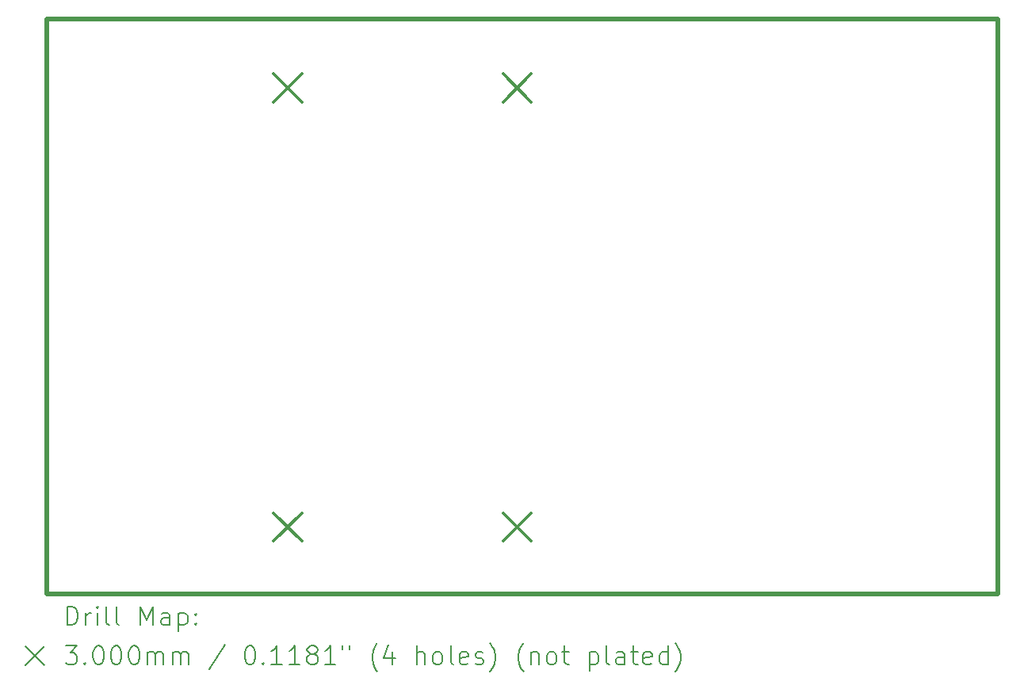
<source format=gbr>
%TF.GenerationSoftware,KiCad,Pcbnew,7.0.1*%
%TF.CreationDate,2023-06-29T12:07:30-05:00*%
%TF.ProjectId,ChocoBox,43686f63-6f42-46f7-982e-6b696361645f,rev?*%
%TF.SameCoordinates,Original*%
%TF.FileFunction,Drillmap*%
%TF.FilePolarity,Positive*%
%FSLAX45Y45*%
G04 Gerber Fmt 4.5, Leading zero omitted, Abs format (unit mm)*
G04 Created by KiCad (PCBNEW 7.0.1) date 2023-06-29 12:07:30*
%MOMM*%
%LPD*%
G01*
G04 APERTURE LIST*
%ADD10C,0.500000*%
%ADD11C,0.200000*%
%ADD12C,0.300000*%
G04 APERTURE END LIST*
D10*
X6146800Y-3708400D02*
X16306800Y-3708400D01*
X16306800Y-9855200D01*
X6146800Y-9855200D01*
X6146800Y-3708400D01*
D11*
D12*
X8575000Y-4299000D02*
X8875000Y-4599000D01*
X8875000Y-4299000D02*
X8575000Y-4599000D01*
X8575000Y-8994000D02*
X8875000Y-9294000D01*
X8875000Y-8994000D02*
X8575000Y-9294000D01*
X11026000Y-4299000D02*
X11326000Y-4599000D01*
X11326000Y-4299000D02*
X11026000Y-4599000D01*
X11026000Y-8994000D02*
X11326000Y-9294000D01*
X11326000Y-8994000D02*
X11026000Y-9294000D01*
D11*
X6369419Y-10192724D02*
X6369419Y-9992724D01*
X6369419Y-9992724D02*
X6417038Y-9992724D01*
X6417038Y-9992724D02*
X6445609Y-10002248D01*
X6445609Y-10002248D02*
X6464657Y-10021295D01*
X6464657Y-10021295D02*
X6474181Y-10040343D01*
X6474181Y-10040343D02*
X6483705Y-10078438D01*
X6483705Y-10078438D02*
X6483705Y-10107010D01*
X6483705Y-10107010D02*
X6474181Y-10145105D01*
X6474181Y-10145105D02*
X6464657Y-10164152D01*
X6464657Y-10164152D02*
X6445609Y-10183200D01*
X6445609Y-10183200D02*
X6417038Y-10192724D01*
X6417038Y-10192724D02*
X6369419Y-10192724D01*
X6569419Y-10192724D02*
X6569419Y-10059390D01*
X6569419Y-10097486D02*
X6578943Y-10078438D01*
X6578943Y-10078438D02*
X6588467Y-10068914D01*
X6588467Y-10068914D02*
X6607514Y-10059390D01*
X6607514Y-10059390D02*
X6626562Y-10059390D01*
X6693228Y-10192724D02*
X6693228Y-10059390D01*
X6693228Y-9992724D02*
X6683705Y-10002248D01*
X6683705Y-10002248D02*
X6693228Y-10011771D01*
X6693228Y-10011771D02*
X6702752Y-10002248D01*
X6702752Y-10002248D02*
X6693228Y-9992724D01*
X6693228Y-9992724D02*
X6693228Y-10011771D01*
X6817038Y-10192724D02*
X6797990Y-10183200D01*
X6797990Y-10183200D02*
X6788467Y-10164152D01*
X6788467Y-10164152D02*
X6788467Y-9992724D01*
X6921800Y-10192724D02*
X6902752Y-10183200D01*
X6902752Y-10183200D02*
X6893228Y-10164152D01*
X6893228Y-10164152D02*
X6893228Y-9992724D01*
X7150371Y-10192724D02*
X7150371Y-9992724D01*
X7150371Y-9992724D02*
X7217038Y-10135581D01*
X7217038Y-10135581D02*
X7283705Y-9992724D01*
X7283705Y-9992724D02*
X7283705Y-10192724D01*
X7464657Y-10192724D02*
X7464657Y-10087962D01*
X7464657Y-10087962D02*
X7455133Y-10068914D01*
X7455133Y-10068914D02*
X7436086Y-10059390D01*
X7436086Y-10059390D02*
X7397990Y-10059390D01*
X7397990Y-10059390D02*
X7378943Y-10068914D01*
X7464657Y-10183200D02*
X7445609Y-10192724D01*
X7445609Y-10192724D02*
X7397990Y-10192724D01*
X7397990Y-10192724D02*
X7378943Y-10183200D01*
X7378943Y-10183200D02*
X7369419Y-10164152D01*
X7369419Y-10164152D02*
X7369419Y-10145105D01*
X7369419Y-10145105D02*
X7378943Y-10126057D01*
X7378943Y-10126057D02*
X7397990Y-10116533D01*
X7397990Y-10116533D02*
X7445609Y-10116533D01*
X7445609Y-10116533D02*
X7464657Y-10107010D01*
X7559895Y-10059390D02*
X7559895Y-10259390D01*
X7559895Y-10068914D02*
X7578943Y-10059390D01*
X7578943Y-10059390D02*
X7617038Y-10059390D01*
X7617038Y-10059390D02*
X7636086Y-10068914D01*
X7636086Y-10068914D02*
X7645609Y-10078438D01*
X7645609Y-10078438D02*
X7655133Y-10097486D01*
X7655133Y-10097486D02*
X7655133Y-10154629D01*
X7655133Y-10154629D02*
X7645609Y-10173676D01*
X7645609Y-10173676D02*
X7636086Y-10183200D01*
X7636086Y-10183200D02*
X7617038Y-10192724D01*
X7617038Y-10192724D02*
X7578943Y-10192724D01*
X7578943Y-10192724D02*
X7559895Y-10183200D01*
X7740848Y-10173676D02*
X7750371Y-10183200D01*
X7750371Y-10183200D02*
X7740848Y-10192724D01*
X7740848Y-10192724D02*
X7731324Y-10183200D01*
X7731324Y-10183200D02*
X7740848Y-10173676D01*
X7740848Y-10173676D02*
X7740848Y-10192724D01*
X7740848Y-10068914D02*
X7750371Y-10078438D01*
X7750371Y-10078438D02*
X7740848Y-10087962D01*
X7740848Y-10087962D02*
X7731324Y-10078438D01*
X7731324Y-10078438D02*
X7740848Y-10068914D01*
X7740848Y-10068914D02*
X7740848Y-10087962D01*
X5921800Y-10420200D02*
X6121800Y-10620200D01*
X6121800Y-10420200D02*
X5921800Y-10620200D01*
X6350371Y-10412724D02*
X6474181Y-10412724D01*
X6474181Y-10412724D02*
X6407514Y-10488914D01*
X6407514Y-10488914D02*
X6436086Y-10488914D01*
X6436086Y-10488914D02*
X6455133Y-10498438D01*
X6455133Y-10498438D02*
X6464657Y-10507962D01*
X6464657Y-10507962D02*
X6474181Y-10527010D01*
X6474181Y-10527010D02*
X6474181Y-10574629D01*
X6474181Y-10574629D02*
X6464657Y-10593676D01*
X6464657Y-10593676D02*
X6455133Y-10603200D01*
X6455133Y-10603200D02*
X6436086Y-10612724D01*
X6436086Y-10612724D02*
X6378943Y-10612724D01*
X6378943Y-10612724D02*
X6359895Y-10603200D01*
X6359895Y-10603200D02*
X6350371Y-10593676D01*
X6559895Y-10593676D02*
X6569419Y-10603200D01*
X6569419Y-10603200D02*
X6559895Y-10612724D01*
X6559895Y-10612724D02*
X6550371Y-10603200D01*
X6550371Y-10603200D02*
X6559895Y-10593676D01*
X6559895Y-10593676D02*
X6559895Y-10612724D01*
X6693228Y-10412724D02*
X6712276Y-10412724D01*
X6712276Y-10412724D02*
X6731324Y-10422248D01*
X6731324Y-10422248D02*
X6740848Y-10431771D01*
X6740848Y-10431771D02*
X6750371Y-10450819D01*
X6750371Y-10450819D02*
X6759895Y-10488914D01*
X6759895Y-10488914D02*
X6759895Y-10536533D01*
X6759895Y-10536533D02*
X6750371Y-10574629D01*
X6750371Y-10574629D02*
X6740848Y-10593676D01*
X6740848Y-10593676D02*
X6731324Y-10603200D01*
X6731324Y-10603200D02*
X6712276Y-10612724D01*
X6712276Y-10612724D02*
X6693228Y-10612724D01*
X6693228Y-10612724D02*
X6674181Y-10603200D01*
X6674181Y-10603200D02*
X6664657Y-10593676D01*
X6664657Y-10593676D02*
X6655133Y-10574629D01*
X6655133Y-10574629D02*
X6645609Y-10536533D01*
X6645609Y-10536533D02*
X6645609Y-10488914D01*
X6645609Y-10488914D02*
X6655133Y-10450819D01*
X6655133Y-10450819D02*
X6664657Y-10431771D01*
X6664657Y-10431771D02*
X6674181Y-10422248D01*
X6674181Y-10422248D02*
X6693228Y-10412724D01*
X6883705Y-10412724D02*
X6902752Y-10412724D01*
X6902752Y-10412724D02*
X6921800Y-10422248D01*
X6921800Y-10422248D02*
X6931324Y-10431771D01*
X6931324Y-10431771D02*
X6940848Y-10450819D01*
X6940848Y-10450819D02*
X6950371Y-10488914D01*
X6950371Y-10488914D02*
X6950371Y-10536533D01*
X6950371Y-10536533D02*
X6940848Y-10574629D01*
X6940848Y-10574629D02*
X6931324Y-10593676D01*
X6931324Y-10593676D02*
X6921800Y-10603200D01*
X6921800Y-10603200D02*
X6902752Y-10612724D01*
X6902752Y-10612724D02*
X6883705Y-10612724D01*
X6883705Y-10612724D02*
X6864657Y-10603200D01*
X6864657Y-10603200D02*
X6855133Y-10593676D01*
X6855133Y-10593676D02*
X6845609Y-10574629D01*
X6845609Y-10574629D02*
X6836086Y-10536533D01*
X6836086Y-10536533D02*
X6836086Y-10488914D01*
X6836086Y-10488914D02*
X6845609Y-10450819D01*
X6845609Y-10450819D02*
X6855133Y-10431771D01*
X6855133Y-10431771D02*
X6864657Y-10422248D01*
X6864657Y-10422248D02*
X6883705Y-10412724D01*
X7074181Y-10412724D02*
X7093229Y-10412724D01*
X7093229Y-10412724D02*
X7112276Y-10422248D01*
X7112276Y-10422248D02*
X7121800Y-10431771D01*
X7121800Y-10431771D02*
X7131324Y-10450819D01*
X7131324Y-10450819D02*
X7140848Y-10488914D01*
X7140848Y-10488914D02*
X7140848Y-10536533D01*
X7140848Y-10536533D02*
X7131324Y-10574629D01*
X7131324Y-10574629D02*
X7121800Y-10593676D01*
X7121800Y-10593676D02*
X7112276Y-10603200D01*
X7112276Y-10603200D02*
X7093229Y-10612724D01*
X7093229Y-10612724D02*
X7074181Y-10612724D01*
X7074181Y-10612724D02*
X7055133Y-10603200D01*
X7055133Y-10603200D02*
X7045609Y-10593676D01*
X7045609Y-10593676D02*
X7036086Y-10574629D01*
X7036086Y-10574629D02*
X7026562Y-10536533D01*
X7026562Y-10536533D02*
X7026562Y-10488914D01*
X7026562Y-10488914D02*
X7036086Y-10450819D01*
X7036086Y-10450819D02*
X7045609Y-10431771D01*
X7045609Y-10431771D02*
X7055133Y-10422248D01*
X7055133Y-10422248D02*
X7074181Y-10412724D01*
X7226562Y-10612724D02*
X7226562Y-10479390D01*
X7226562Y-10498438D02*
X7236086Y-10488914D01*
X7236086Y-10488914D02*
X7255133Y-10479390D01*
X7255133Y-10479390D02*
X7283705Y-10479390D01*
X7283705Y-10479390D02*
X7302752Y-10488914D01*
X7302752Y-10488914D02*
X7312276Y-10507962D01*
X7312276Y-10507962D02*
X7312276Y-10612724D01*
X7312276Y-10507962D02*
X7321800Y-10488914D01*
X7321800Y-10488914D02*
X7340848Y-10479390D01*
X7340848Y-10479390D02*
X7369419Y-10479390D01*
X7369419Y-10479390D02*
X7388467Y-10488914D01*
X7388467Y-10488914D02*
X7397990Y-10507962D01*
X7397990Y-10507962D02*
X7397990Y-10612724D01*
X7493229Y-10612724D02*
X7493229Y-10479390D01*
X7493229Y-10498438D02*
X7502752Y-10488914D01*
X7502752Y-10488914D02*
X7521800Y-10479390D01*
X7521800Y-10479390D02*
X7550371Y-10479390D01*
X7550371Y-10479390D02*
X7569419Y-10488914D01*
X7569419Y-10488914D02*
X7578943Y-10507962D01*
X7578943Y-10507962D02*
X7578943Y-10612724D01*
X7578943Y-10507962D02*
X7588467Y-10488914D01*
X7588467Y-10488914D02*
X7607514Y-10479390D01*
X7607514Y-10479390D02*
X7636086Y-10479390D01*
X7636086Y-10479390D02*
X7655133Y-10488914D01*
X7655133Y-10488914D02*
X7664657Y-10507962D01*
X7664657Y-10507962D02*
X7664657Y-10612724D01*
X8055133Y-10403200D02*
X7883705Y-10660343D01*
X8312276Y-10412724D02*
X8331324Y-10412724D01*
X8331324Y-10412724D02*
X8350372Y-10422248D01*
X8350372Y-10422248D02*
X8359895Y-10431771D01*
X8359895Y-10431771D02*
X8369419Y-10450819D01*
X8369419Y-10450819D02*
X8378943Y-10488914D01*
X8378943Y-10488914D02*
X8378943Y-10536533D01*
X8378943Y-10536533D02*
X8369419Y-10574629D01*
X8369419Y-10574629D02*
X8359895Y-10593676D01*
X8359895Y-10593676D02*
X8350372Y-10603200D01*
X8350372Y-10603200D02*
X8331324Y-10612724D01*
X8331324Y-10612724D02*
X8312276Y-10612724D01*
X8312276Y-10612724D02*
X8293229Y-10603200D01*
X8293229Y-10603200D02*
X8283705Y-10593676D01*
X8283705Y-10593676D02*
X8274181Y-10574629D01*
X8274181Y-10574629D02*
X8264657Y-10536533D01*
X8264657Y-10536533D02*
X8264657Y-10488914D01*
X8264657Y-10488914D02*
X8274181Y-10450819D01*
X8274181Y-10450819D02*
X8283705Y-10431771D01*
X8283705Y-10431771D02*
X8293229Y-10422248D01*
X8293229Y-10422248D02*
X8312276Y-10412724D01*
X8464657Y-10593676D02*
X8474181Y-10603200D01*
X8474181Y-10603200D02*
X8464657Y-10612724D01*
X8464657Y-10612724D02*
X8455134Y-10603200D01*
X8455134Y-10603200D02*
X8464657Y-10593676D01*
X8464657Y-10593676D02*
X8464657Y-10612724D01*
X8664657Y-10612724D02*
X8550372Y-10612724D01*
X8607514Y-10612724D02*
X8607514Y-10412724D01*
X8607514Y-10412724D02*
X8588467Y-10441295D01*
X8588467Y-10441295D02*
X8569419Y-10460343D01*
X8569419Y-10460343D02*
X8550372Y-10469867D01*
X8855134Y-10612724D02*
X8740848Y-10612724D01*
X8797991Y-10612724D02*
X8797991Y-10412724D01*
X8797991Y-10412724D02*
X8778943Y-10441295D01*
X8778943Y-10441295D02*
X8759895Y-10460343D01*
X8759895Y-10460343D02*
X8740848Y-10469867D01*
X8969419Y-10498438D02*
X8950372Y-10488914D01*
X8950372Y-10488914D02*
X8940848Y-10479390D01*
X8940848Y-10479390D02*
X8931324Y-10460343D01*
X8931324Y-10460343D02*
X8931324Y-10450819D01*
X8931324Y-10450819D02*
X8940848Y-10431771D01*
X8940848Y-10431771D02*
X8950372Y-10422248D01*
X8950372Y-10422248D02*
X8969419Y-10412724D01*
X8969419Y-10412724D02*
X9007515Y-10412724D01*
X9007515Y-10412724D02*
X9026562Y-10422248D01*
X9026562Y-10422248D02*
X9036086Y-10431771D01*
X9036086Y-10431771D02*
X9045610Y-10450819D01*
X9045610Y-10450819D02*
X9045610Y-10460343D01*
X9045610Y-10460343D02*
X9036086Y-10479390D01*
X9036086Y-10479390D02*
X9026562Y-10488914D01*
X9026562Y-10488914D02*
X9007515Y-10498438D01*
X9007515Y-10498438D02*
X8969419Y-10498438D01*
X8969419Y-10498438D02*
X8950372Y-10507962D01*
X8950372Y-10507962D02*
X8940848Y-10517486D01*
X8940848Y-10517486D02*
X8931324Y-10536533D01*
X8931324Y-10536533D02*
X8931324Y-10574629D01*
X8931324Y-10574629D02*
X8940848Y-10593676D01*
X8940848Y-10593676D02*
X8950372Y-10603200D01*
X8950372Y-10603200D02*
X8969419Y-10612724D01*
X8969419Y-10612724D02*
X9007515Y-10612724D01*
X9007515Y-10612724D02*
X9026562Y-10603200D01*
X9026562Y-10603200D02*
X9036086Y-10593676D01*
X9036086Y-10593676D02*
X9045610Y-10574629D01*
X9045610Y-10574629D02*
X9045610Y-10536533D01*
X9045610Y-10536533D02*
X9036086Y-10517486D01*
X9036086Y-10517486D02*
X9026562Y-10507962D01*
X9026562Y-10507962D02*
X9007515Y-10498438D01*
X9236086Y-10612724D02*
X9121800Y-10612724D01*
X9178943Y-10612724D02*
X9178943Y-10412724D01*
X9178943Y-10412724D02*
X9159895Y-10441295D01*
X9159895Y-10441295D02*
X9140848Y-10460343D01*
X9140848Y-10460343D02*
X9121800Y-10469867D01*
X9312276Y-10412724D02*
X9312276Y-10450819D01*
X9388467Y-10412724D02*
X9388467Y-10450819D01*
X9683705Y-10688914D02*
X9674181Y-10679390D01*
X9674181Y-10679390D02*
X9655134Y-10650819D01*
X9655134Y-10650819D02*
X9645610Y-10631771D01*
X9645610Y-10631771D02*
X9636086Y-10603200D01*
X9636086Y-10603200D02*
X9626562Y-10555581D01*
X9626562Y-10555581D02*
X9626562Y-10517486D01*
X9626562Y-10517486D02*
X9636086Y-10469867D01*
X9636086Y-10469867D02*
X9645610Y-10441295D01*
X9645610Y-10441295D02*
X9655134Y-10422248D01*
X9655134Y-10422248D02*
X9674181Y-10393676D01*
X9674181Y-10393676D02*
X9683705Y-10384152D01*
X9845610Y-10479390D02*
X9845610Y-10612724D01*
X9797991Y-10403200D02*
X9750372Y-10546057D01*
X9750372Y-10546057D02*
X9874181Y-10546057D01*
X10102753Y-10612724D02*
X10102753Y-10412724D01*
X10188467Y-10612724D02*
X10188467Y-10507962D01*
X10188467Y-10507962D02*
X10178943Y-10488914D01*
X10178943Y-10488914D02*
X10159896Y-10479390D01*
X10159896Y-10479390D02*
X10131324Y-10479390D01*
X10131324Y-10479390D02*
X10112277Y-10488914D01*
X10112277Y-10488914D02*
X10102753Y-10498438D01*
X10312277Y-10612724D02*
X10293229Y-10603200D01*
X10293229Y-10603200D02*
X10283705Y-10593676D01*
X10283705Y-10593676D02*
X10274181Y-10574629D01*
X10274181Y-10574629D02*
X10274181Y-10517486D01*
X10274181Y-10517486D02*
X10283705Y-10498438D01*
X10283705Y-10498438D02*
X10293229Y-10488914D01*
X10293229Y-10488914D02*
X10312277Y-10479390D01*
X10312277Y-10479390D02*
X10340848Y-10479390D01*
X10340848Y-10479390D02*
X10359896Y-10488914D01*
X10359896Y-10488914D02*
X10369419Y-10498438D01*
X10369419Y-10498438D02*
X10378943Y-10517486D01*
X10378943Y-10517486D02*
X10378943Y-10574629D01*
X10378943Y-10574629D02*
X10369419Y-10593676D01*
X10369419Y-10593676D02*
X10359896Y-10603200D01*
X10359896Y-10603200D02*
X10340848Y-10612724D01*
X10340848Y-10612724D02*
X10312277Y-10612724D01*
X10493229Y-10612724D02*
X10474181Y-10603200D01*
X10474181Y-10603200D02*
X10464658Y-10584152D01*
X10464658Y-10584152D02*
X10464658Y-10412724D01*
X10645610Y-10603200D02*
X10626562Y-10612724D01*
X10626562Y-10612724D02*
X10588467Y-10612724D01*
X10588467Y-10612724D02*
X10569419Y-10603200D01*
X10569419Y-10603200D02*
X10559896Y-10584152D01*
X10559896Y-10584152D02*
X10559896Y-10507962D01*
X10559896Y-10507962D02*
X10569419Y-10488914D01*
X10569419Y-10488914D02*
X10588467Y-10479390D01*
X10588467Y-10479390D02*
X10626562Y-10479390D01*
X10626562Y-10479390D02*
X10645610Y-10488914D01*
X10645610Y-10488914D02*
X10655134Y-10507962D01*
X10655134Y-10507962D02*
X10655134Y-10527010D01*
X10655134Y-10527010D02*
X10559896Y-10546057D01*
X10731324Y-10603200D02*
X10750372Y-10612724D01*
X10750372Y-10612724D02*
X10788467Y-10612724D01*
X10788467Y-10612724D02*
X10807515Y-10603200D01*
X10807515Y-10603200D02*
X10817039Y-10584152D01*
X10817039Y-10584152D02*
X10817039Y-10574629D01*
X10817039Y-10574629D02*
X10807515Y-10555581D01*
X10807515Y-10555581D02*
X10788467Y-10546057D01*
X10788467Y-10546057D02*
X10759896Y-10546057D01*
X10759896Y-10546057D02*
X10740848Y-10536533D01*
X10740848Y-10536533D02*
X10731324Y-10517486D01*
X10731324Y-10517486D02*
X10731324Y-10507962D01*
X10731324Y-10507962D02*
X10740848Y-10488914D01*
X10740848Y-10488914D02*
X10759896Y-10479390D01*
X10759896Y-10479390D02*
X10788467Y-10479390D01*
X10788467Y-10479390D02*
X10807515Y-10488914D01*
X10883705Y-10688914D02*
X10893229Y-10679390D01*
X10893229Y-10679390D02*
X10912277Y-10650819D01*
X10912277Y-10650819D02*
X10921800Y-10631771D01*
X10921800Y-10631771D02*
X10931324Y-10603200D01*
X10931324Y-10603200D02*
X10940848Y-10555581D01*
X10940848Y-10555581D02*
X10940848Y-10517486D01*
X10940848Y-10517486D02*
X10931324Y-10469867D01*
X10931324Y-10469867D02*
X10921800Y-10441295D01*
X10921800Y-10441295D02*
X10912277Y-10422248D01*
X10912277Y-10422248D02*
X10893229Y-10393676D01*
X10893229Y-10393676D02*
X10883705Y-10384152D01*
X11245610Y-10688914D02*
X11236086Y-10679390D01*
X11236086Y-10679390D02*
X11217038Y-10650819D01*
X11217038Y-10650819D02*
X11207515Y-10631771D01*
X11207515Y-10631771D02*
X11197991Y-10603200D01*
X11197991Y-10603200D02*
X11188467Y-10555581D01*
X11188467Y-10555581D02*
X11188467Y-10517486D01*
X11188467Y-10517486D02*
X11197991Y-10469867D01*
X11197991Y-10469867D02*
X11207515Y-10441295D01*
X11207515Y-10441295D02*
X11217038Y-10422248D01*
X11217038Y-10422248D02*
X11236086Y-10393676D01*
X11236086Y-10393676D02*
X11245610Y-10384152D01*
X11321800Y-10479390D02*
X11321800Y-10612724D01*
X11321800Y-10498438D02*
X11331324Y-10488914D01*
X11331324Y-10488914D02*
X11350372Y-10479390D01*
X11350372Y-10479390D02*
X11378943Y-10479390D01*
X11378943Y-10479390D02*
X11397991Y-10488914D01*
X11397991Y-10488914D02*
X11407515Y-10507962D01*
X11407515Y-10507962D02*
X11407515Y-10612724D01*
X11531324Y-10612724D02*
X11512277Y-10603200D01*
X11512277Y-10603200D02*
X11502753Y-10593676D01*
X11502753Y-10593676D02*
X11493229Y-10574629D01*
X11493229Y-10574629D02*
X11493229Y-10517486D01*
X11493229Y-10517486D02*
X11502753Y-10498438D01*
X11502753Y-10498438D02*
X11512277Y-10488914D01*
X11512277Y-10488914D02*
X11531324Y-10479390D01*
X11531324Y-10479390D02*
X11559896Y-10479390D01*
X11559896Y-10479390D02*
X11578943Y-10488914D01*
X11578943Y-10488914D02*
X11588467Y-10498438D01*
X11588467Y-10498438D02*
X11597991Y-10517486D01*
X11597991Y-10517486D02*
X11597991Y-10574629D01*
X11597991Y-10574629D02*
X11588467Y-10593676D01*
X11588467Y-10593676D02*
X11578943Y-10603200D01*
X11578943Y-10603200D02*
X11559896Y-10612724D01*
X11559896Y-10612724D02*
X11531324Y-10612724D01*
X11655134Y-10479390D02*
X11731324Y-10479390D01*
X11683705Y-10412724D02*
X11683705Y-10584152D01*
X11683705Y-10584152D02*
X11693229Y-10603200D01*
X11693229Y-10603200D02*
X11712277Y-10612724D01*
X11712277Y-10612724D02*
X11731324Y-10612724D01*
X11950372Y-10479390D02*
X11950372Y-10679390D01*
X11950372Y-10488914D02*
X11969419Y-10479390D01*
X11969419Y-10479390D02*
X12007515Y-10479390D01*
X12007515Y-10479390D02*
X12026562Y-10488914D01*
X12026562Y-10488914D02*
X12036086Y-10498438D01*
X12036086Y-10498438D02*
X12045610Y-10517486D01*
X12045610Y-10517486D02*
X12045610Y-10574629D01*
X12045610Y-10574629D02*
X12036086Y-10593676D01*
X12036086Y-10593676D02*
X12026562Y-10603200D01*
X12026562Y-10603200D02*
X12007515Y-10612724D01*
X12007515Y-10612724D02*
X11969419Y-10612724D01*
X11969419Y-10612724D02*
X11950372Y-10603200D01*
X12159896Y-10612724D02*
X12140848Y-10603200D01*
X12140848Y-10603200D02*
X12131324Y-10584152D01*
X12131324Y-10584152D02*
X12131324Y-10412724D01*
X12321800Y-10612724D02*
X12321800Y-10507962D01*
X12321800Y-10507962D02*
X12312277Y-10488914D01*
X12312277Y-10488914D02*
X12293229Y-10479390D01*
X12293229Y-10479390D02*
X12255134Y-10479390D01*
X12255134Y-10479390D02*
X12236086Y-10488914D01*
X12321800Y-10603200D02*
X12302753Y-10612724D01*
X12302753Y-10612724D02*
X12255134Y-10612724D01*
X12255134Y-10612724D02*
X12236086Y-10603200D01*
X12236086Y-10603200D02*
X12226562Y-10584152D01*
X12226562Y-10584152D02*
X12226562Y-10565105D01*
X12226562Y-10565105D02*
X12236086Y-10546057D01*
X12236086Y-10546057D02*
X12255134Y-10536533D01*
X12255134Y-10536533D02*
X12302753Y-10536533D01*
X12302753Y-10536533D02*
X12321800Y-10527010D01*
X12388467Y-10479390D02*
X12464658Y-10479390D01*
X12417039Y-10412724D02*
X12417039Y-10584152D01*
X12417039Y-10584152D02*
X12426562Y-10603200D01*
X12426562Y-10603200D02*
X12445610Y-10612724D01*
X12445610Y-10612724D02*
X12464658Y-10612724D01*
X12607515Y-10603200D02*
X12588467Y-10612724D01*
X12588467Y-10612724D02*
X12550372Y-10612724D01*
X12550372Y-10612724D02*
X12531324Y-10603200D01*
X12531324Y-10603200D02*
X12521800Y-10584152D01*
X12521800Y-10584152D02*
X12521800Y-10507962D01*
X12521800Y-10507962D02*
X12531324Y-10488914D01*
X12531324Y-10488914D02*
X12550372Y-10479390D01*
X12550372Y-10479390D02*
X12588467Y-10479390D01*
X12588467Y-10479390D02*
X12607515Y-10488914D01*
X12607515Y-10488914D02*
X12617039Y-10507962D01*
X12617039Y-10507962D02*
X12617039Y-10527010D01*
X12617039Y-10527010D02*
X12521800Y-10546057D01*
X12788467Y-10612724D02*
X12788467Y-10412724D01*
X12788467Y-10603200D02*
X12769420Y-10612724D01*
X12769420Y-10612724D02*
X12731324Y-10612724D01*
X12731324Y-10612724D02*
X12712277Y-10603200D01*
X12712277Y-10603200D02*
X12702753Y-10593676D01*
X12702753Y-10593676D02*
X12693229Y-10574629D01*
X12693229Y-10574629D02*
X12693229Y-10517486D01*
X12693229Y-10517486D02*
X12702753Y-10498438D01*
X12702753Y-10498438D02*
X12712277Y-10488914D01*
X12712277Y-10488914D02*
X12731324Y-10479390D01*
X12731324Y-10479390D02*
X12769420Y-10479390D01*
X12769420Y-10479390D02*
X12788467Y-10488914D01*
X12864658Y-10688914D02*
X12874181Y-10679390D01*
X12874181Y-10679390D02*
X12893229Y-10650819D01*
X12893229Y-10650819D02*
X12902753Y-10631771D01*
X12902753Y-10631771D02*
X12912277Y-10603200D01*
X12912277Y-10603200D02*
X12921800Y-10555581D01*
X12921800Y-10555581D02*
X12921800Y-10517486D01*
X12921800Y-10517486D02*
X12912277Y-10469867D01*
X12912277Y-10469867D02*
X12902753Y-10441295D01*
X12902753Y-10441295D02*
X12893229Y-10422248D01*
X12893229Y-10422248D02*
X12874181Y-10393676D01*
X12874181Y-10393676D02*
X12864658Y-10384152D01*
M02*

</source>
